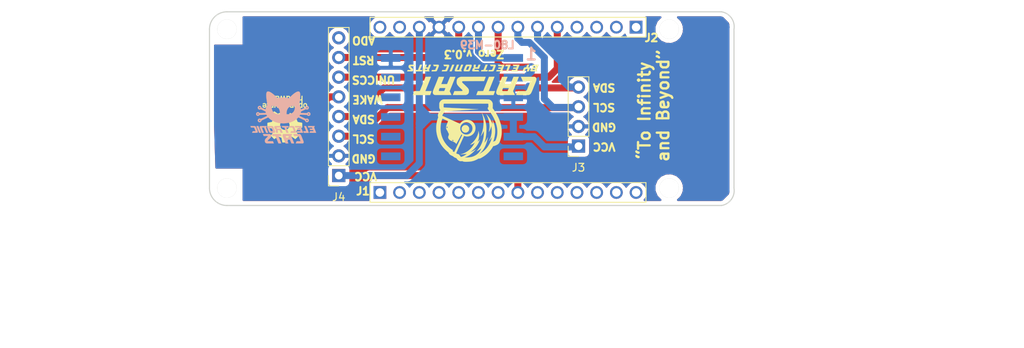
<source format=kicad_pcb>
(kicad_pcb (version 20171130) (host pcbnew "(5.0.0)")
  (title_block (title "CatSat Shield") (date 2018-10-31) (rev 0.3) (company "Electronic Cats") (comment 1 "Rocio Rosales") (comment 2 "Eduardo Contreras") (comment 3 "Andres Sabas"))
  (layers (0 Top signal) (31 Bottom signal) (34 B.Paste user) (35 F.Paste user) (36 B.SilkS user) (37 F.SilkS user) (38 B.Mask user) (39 F.Mask user) (44 Edge.Cuts user))
  (net 0 "")
  (net 1 "Net-(J4-Pad8)")
  (net 2 GND)
  (net 3 +3V3)
  (net 4 "Net-(MODULE1-Pad6)")
  (net 5 "Net-(MODULE1-Pad7)")
  (net 6 "Net-(MODULE1-Pad8)")
  (net 7 "Net-(MODULE1-Pad10)")
  (net 8 /AREF)
  (net 9 /DAC0/A0)
  (net 10 /A1)
  (net 11 /A2)
  (net 12 /A3)
  (net 13 /A4)
  (net 14 /A5)
  (net 15 /0)
  (net 16 /1)
  (net 17 /~~2)
  (net 18 /~~3)
  (net 19 /~~4)
  (net 20 /~~5)
  (net 21 +5V)
  (net 22 VCC)
  (net 23 /RESET)
  (net 24 /9SCK)
  (net 25 /8MOSI)
  (net 26 /7)
  (net 27 /6)
  (net 28 /TX)
  (net 29 /RX)
  (net 30 /SCL)
  (net 31 /SDA)
  (net 32 /10-INTCCS)
  (net 33 "Net-(MODULE1-Pad11)")
  (net 34 /WAKEA6)
  (module Rf:QUECTEL_L80-M39 (layer Bottom) (at 145.5 100.22)
    (fp_text reference MODULE1)
    (fp_text value L80-M39 (at 4.55 -7.17) (layer B.SilkS) (effects (font (thickness 0.25)) (justify mirror)))
    (pad 12 smd rect (at -7.9 -5.5 180) (size 2.5 1) (layers Bottom B.Paste B.Mask) (net 2 GND))
    (pad 11 smd rect (at -7.9 -2.96 180) (size 2.5 1) (layers Bottom B.Paste B.Mask) (net 33 "Net-(MODULE1-Pad11)"))
    (pad 10 smd rect (at -7.9 -0.42 180) (size 2.5 1) (layers Bottom B.Paste B.Mask) (net 7 "Net-(MODULE1-Pad10)"))
    (pad 9 smd rect (at -7.9 2.12 180) (size 2.5 1) (layers Bottom B.Paste B.Mask))
    (pad 8 smd rect (at -7.9 4.66 180) (size 2.5 1) (layers Bottom B.Paste B.Mask) (net 6 "Net-(MODULE1-Pad8)"))
    (pad 7 smd rect (at -7.9 7.2 180) (size 2.5 1) (layers Bottom B.Paste B.Mask) (net 5 "Net-(MODULE1-Pad7)"))
    (pad 6 smd rect (at 7.9 7.2) (size 2.5 1) (layers Bottom B.Paste B.Mask) (net 4 "Net-(MODULE1-Pad6)"))
    (pad 5 smd rect (at 7.9 4.66) (size 2.5 1) (layers Bottom B.Paste B.Mask) (net 3 +3V3))
    (pad 4 smd rect (at 7.9 2.12) (size 2.5 1) (layers Bottom B.Paste B.Mask) (net 3 +3V3))
    (pad 3 smd rect (at 7.9 -0.42) (size 2.5 1) (layers Bottom B.Paste B.Mask) (net 2 GND))
    (pad 2 smd rect (at 7.9 -2.96) (size 2.5 1) (layers Bottom B.Paste B.Mask) (net 29 /RX))
    (pad 1 smd rect (at 7.9 -5.5) (size 2.5 1) (layers Bottom B.Paste B.Mask) (net 28 /TX))
  )
  (module "" (layer Top) (at 116.487479 111.5136)
    (fp_text reference @HOLE0 hide)
    (fp_text value "" (at 0 0) (layer F.SilkS) (effects (font (size 1.27 1.27))))
    (pad "" np_thru_hole circle (at 0 0) (size 2.5 2.5) (drill 2.5) (layers *.Cu))
  )
  (module "" (layer Top) (at 116.487479 91.0136)
    (fp_text reference @HOLE1 hide)
    (fp_text value "" (at 0 0) (layer F.SilkS) (effects (font (size 1.27 1.27))))
    (pad "" np_thru_hole circle (at 0 0) (size 2.5 2.5) (drill 2.5) (layers *.Cu))
  )
  (module "" (layer Top) (at 173.487479 91.0136)
    (fp_text reference @HOLE2 hide)
    (fp_text value "" (at 0 0) (layer F.SilkS) (effects (font (size 1.27 1.27))))
    (pad "" np_thru_hole circle (at 0 0) (size 2.5 2.5) (drill 2.5) (layers *.Cu))
  )
  (module "" (layer Top) (at 173.487479 111.5136)
    (fp_text reference @HOLE3 hide)
    (fp_text value "" (at 0 0) (layer F.SilkS) (effects (font (size 1.27 1.27))))
    (pad "" np_thru_hole circle (at 0 0) (size 2.5 2.5) (drill 2.5) (layers *.Cu))
  )
  (module MKRFoxShield_v2:MH_RND_F_2.2MM_NM (layer Top) (at 116.487479 111.5136 90)
    (fp_text reference U$5 hide)
    (fp_text value "" hide)
    (fp_circle (center 0 0) (end 1.2065 0) (layer Edge.Cuts) (width 0.1))
  )
  (module MKRFoxShield_v2:MH_RND_F_2.2MM_NM (layer Top) (at 116.487479 91.0136 90)
    (fp_text reference U$6 hide)
    (fp_text value "" hide)
    (fp_circle (center 0 0) (end 1.2065 0) (layer Edge.Cuts) (width 0.1))
  )
  (module MKRFoxShield_v2:MH_RND_F_2.2MM_NM (layer Top) (at 173.487479 91.0136 90)
    (fp_text reference U$7 hide)
    (fp_text value "" hide)
    (fp_circle (center 0 0) (end 1.2065 0) (layer Edge.Cuts) (width 0.1))
  )
  (module MKRFoxShield_v2:MH_RND_F_2.2MM_NM (layer Top) (at 173.487479 111.5136 90)
    (fp_text reference U$8 hide)
    (fp_text value "" hide)
    (fp_circle (center 0 0) (end 1.2065 0) (layer Edge.Cuts) (width 0.1))
  )
  (module MKRFoxShield_v2:FRAME (layer Top) (at 87.488917 114.1286)
    (fp_text reference FRAME1 hide)
    (fp_text value "Page 1" hide)
  )
  (module Aesthetics:electronic_cats_logo_8x6 (layer Bottom) (at 123.75 102.4 180)
    (fp_text reference G*** hide)
    (fp_text value LOGO hide)
  )
  (module Pines:61301411121 (layer Top) (at 152.712 112.084)
    (fp_text reference J1 (at -19.712 0.416) (layer F.SilkS) (effects (font (thickness 0.25)) (justify left bottom)))
    (fp_text value " " (at -2.1552 2.5402) (layer F.SilkS) (effects (font (size 0.77216 0.77216) (thickness 0.065024)) (justify left bottom)))
    (pad 1 thru_hole rect (at -16.51 0) (size 1.65 1.65) (drill 1.1) (layers *.Cu *.Mask) (net 8 /AREF))
    (pad 2 thru_hole circle (at -13.97 0) (size 1.65 1.65) (drill 1.1) (layers *.Cu *.Mask) (net 9 /DAC0/A0))
    (pad 3 thru_hole circle (at -11.43 0) (size 1.65 1.65) (drill 1.1) (layers *.Cu *.Mask) (net 10 /A1))
    (pad 4 thru_hole circle (at -8.89 0) (size 1.65 1.65) (drill 1.1) (layers *.Cu *.Mask) (net 11 /A2))
    (pad 5 thru_hole circle (at -6.35 0) (size 1.65 1.65) (drill 1.1) (layers *.Cu *.Mask) (net 12 /A3))
    (pad 6 thru_hole circle (at -3.81 0) (size 1.65 1.65) (drill 1.1) (layers *.Cu *.Mask) (net 13 /A4))
    (pad 7 thru_hole circle (at -1.27 0) (size 1.65 1.65) (drill 1.1) (layers *.Cu *.Mask) (net 14 /A5))
    (pad 8 thru_hole circle (at 1.27 0) (size 1.65 1.65) (drill 1.1) (layers *.Cu *.Mask) (net 34 /WAKEA6))
    (pad 9 thru_hole circle (at 3.81 0) (size 1.65 1.65) (drill 1.1) (layers *.Cu *.Mask) (net 15 /0))
    (pad 10 thru_hole circle (at 6.35 0) (size 1.65 1.65) (drill 1.1) (layers *.Cu *.Mask) (net 16 /1))
    (pad 11 thru_hole circle (at 8.89 0) (size 1.65 1.65) (drill 1.1) (layers *.Cu *.Mask) (net 17 /~~2))
    (pad 12 thru_hole circle (at 11.43 0) (size 1.65 1.65) (drill 1.1) (layers *.Cu *.Mask) (net 18 /~~3))
    (pad 13 thru_hole circle (at 13.97 0) (size 1.65 1.65) (drill 1.1) (layers *.Cu *.Mask) (net 19 /~~4))
    (pad 14 thru_hole circle (at 16.51 0) (size 1.65 1.65) (drill 1.1) (layers *.Cu *.Mask) (net 20 /~~5))
  )
  (module Pines:61301411121 (layer Top) (at 152.712 90.748 180)
    (fp_text reference J2 (at -17.468 -1.962 180) (layer F.SilkS) (effects (font (thickness 0.25)) (justify left bottom)))
    (fp_text value " " (at -2.1552 2.5402 180) (layer F.SilkS) (effects (font (size 0.77216 0.77216) (thickness 0.065024)) (justify left bottom)))
    (pad 14 thru_hole circle (at 16.51 0 180) (size 1.65 1.65) (drill 1.1) (layers *.Cu *.Mask) (net 21 +5V))
    (pad 13 thru_hole circle (at 13.97 0 180) (size 1.65 1.65) (drill 1.1) (layers *.Cu *.Mask) (net 22 VCC))
    (pad 12 thru_hole circle (at 11.43 0 180) (size 1.65 1.65) (drill 1.1) (layers *.Cu *.Mask) (net 3 +3V3))
    (pad 11 thru_hole circle (at 8.89 0 180) (size 1.65 1.65) (drill 1.1) (layers *.Cu *.Mask) (net 2 GND))
    (pad 10 thru_hole circle (at 6.35 0 180) (size 1.65 1.65) (drill 1.1) (layers *.Cu *.Mask) (net 23 /RESET))
    (pad 9 thru_hole circle (at 3.81 0 180) (size 1.65 1.65) (drill 1.1) (layers *.Cu *.Mask) (net 28 /TX))
    (pad 8 thru_hole circle (at 1.27 0 180) (size 1.65 1.65) (drill 1.1) (layers *.Cu *.Mask) (net 29 /RX))
    (pad 7 thru_hole circle (at -1.27 0 180) (size 1.65 1.65) (drill 1.1) (layers *.Cu *.Mask) (net 30 /SCL))
    (pad 6 thru_hole circle (at -3.81 0 180) (size 1.65 1.65) (drill 1.1) (layers *.Cu *.Mask) (net 31 /SDA))
    (pad 5 thru_hole circle (at -6.35 0 180) (size 1.65 1.65) (drill 1.1) (layers *.Cu *.Mask) (net 32 /10-INTCCS))
    (pad 4 thru_hole circle (at -8.89 0 180) (size 1.65 1.65) (drill 1.1) (layers *.Cu *.Mask) (net 24 /9SCK))
    (pad 3 thru_hole circle (at -11.43 0 180) (size 1.65 1.65) (drill 1.1) (layers *.Cu *.Mask) (net 25 /8MOSI))
    (pad 2 thru_hole circle (at -13.97 0 180) (size 1.65 1.65) (drill 1.1) (layers *.Cu *.Mask) (net 26 /7))
    (pad 1 thru_hole rect (at -16.51 0 180) (size 1.65 1.65) (drill 1.1) (layers *.Cu *.Mask) (net 27 /6))
  )
  (module Aesthetics:catsat (layer Top) (at 147.828 101.854 180)
    (fp_text reference G*** hide)
    (fp_text value LOGO hide)
  )
  (module Aesthetics:catsat_cu (layer Bottom) (at 171.958 99.568 180)
    (fp_text reference G*** hide)
    (fp_text value LOGO hide)
  )
  (module Symbols:OSHW-Logo_5.7x6mm_SilkScreen (layer Top) (at 123.952 102.616 180)
    (fp_text reference REF*** hide)
    (fp_text value OSHW-Logo_5.7x6mm_SilkScreen hide)
  )
  (module Connector_PinSocket_2.54mm:PinSocket_1x08_P2.54mm_Vertical (layer Top) (at 130.9 109.9 180)
    (fp_text reference J4 (at 0 -2.77) (layer F.SilkS))
    (fp_text value CCS811)
    (pad 1 thru_hole rect (at 0 0 180) (size 1.7 1.7) (drill 1) (layers *.Cu *.Mask) (net 3 +3V3))
    (pad 2 thru_hole oval (at 0 2.54 180) (size 1.7 1.7) (drill 1) (layers *.Cu *.Mask) (net 2 GND))
    (pad 3 thru_hole oval (at 0 5.08 180) (size 1.7 1.7) (drill 1) (layers *.Cu *.Mask) (net 30 /SCL))
    (pad 4 thru_hole oval (at 0 7.62 180) (size 1.7 1.7) (drill 1) (layers *.Cu *.Mask) (net 31 /SDA))
    (pad 5 thru_hole oval (at 0 10.16 180) (size 1.7 1.7) (drill 1) (layers *.Cu *.Mask) (net 34 /WAKEA6))
    (pad 6 thru_hole oval (at 0 12.7 180) (size 1.7 1.7) (drill 1) (layers *.Cu *.Mask) (net 32 /10-INTCCS))
    (pad 7 thru_hole oval (at 0 15.24 180) (size 1.7 1.7) (drill 1) (layers *.Cu *.Mask) (net 23 /RESET))
    (pad 8 thru_hole oval (at 0 17.78 180) (size 1.7 1.7) (drill 1) (layers *.Cu *.Mask) (net 1 "Net-(J4-Pad8)"))
  )
  (module Connector_PinSocket_2.54mm:PinSocket_1x04_P2.54mm_Vertical (layer Top) (at 161.8 106.1 180)
    (fp_text reference J3 (at 0 -2.77) (layer F.SilkS))
    (fp_text value BME280)
    (pad 1 thru_hole rect (at 0 0 180) (size 1.7 1.7) (drill 1) (layers *.Cu *.Mask) (net 3 +3V3))
    (pad 2 thru_hole oval (at 0 2.54 180) (size 1.7 1.7) (drill 1) (layers *.Cu *.Mask) (net 2 GND))
    (pad 3 thru_hole oval (at 0 5.08 180) (size 1.7 1.7) (drill 1) (layers *.Cu *.Mask) (net 30 /SCL))
    (pad 4 thru_hole oval (at 0 7.62 180) (size 1.7 1.7) (drill 1) (layers *.Cu *.Mask) (net 31 /SDA))
  )
  (gr_text ADO (at 134.112 92.456 180) (layer F.SilkS) (effects (font (size 1 1) (thickness 0.25))))
  (gr_text RST (at 134.112 94.996 180) (layer F.SilkS) (effects (font (size 1 1) (thickness 0.25))))
  (gr_text UNICCS (at 135.382 97.536 180) (layer F.SilkS) (effects (font (size 1 1) (thickness 0.25))))
  (gr_text WAKE (at 134.62 100.076 180) (layer F.SilkS) (effects (font (size 1 1) (thickness 0.25))))
  (gr_text SDA (at 134.112 102.616 180) (layer F.SilkS) (effects (font (size 1 1) (thickness 0.25))))
  (gr_text SCL (at 134.112 105.156 180) (layer F.SilkS) (effects (font (size 1 1) (thickness 0.25))))
  (gr_text SDA (at 165.1 98.552 180) (layer F.SilkS) (effects (font (size 1 1) (thickness 0.25))))
  (gr_text SCL (at 165.1 101.092 180) (layer F.SilkS) (effects (font (size 1 1) (thickness 0.25))))
  (gr_text GND (at 165.1 103.632 180) (layer F.SilkS) (effects (font (size 1 1) (thickness 0.25))))
  (gr_text GND (at 134.112 107.696 180) (layer F.SilkS) (effects (font (size 1 1) (thickness 0.25))))
  (gr_text VCC (at 165.1 106.172 180) (layer F.SilkS) (effects (font (size 1 1) (thickness 0.25))))
  (gr_text VCC (at 134.366 109.982 180) (layer F.SilkS) (effects (font (size 1 1) (thickness 0.25))))
  (gr_text 1 (at 155.702 94.234) (layer B.SilkS) (effects (font (size 1.5 1.5) (thickness 0.3)) (justify mirror)))
  (gr_text "Zero v.0.3" (at 148.336 94.234 180) (layer F.SilkS) (effects (font (size 1 1) (thickness 0.25))))
  (gr_text "“To Infinity \nand Beyond”" (at 171.5 100.9 90) (layer F.SilkS) (effects (font (size 1.5 1.5) (thickness 0.3))))
  (gr_line (start 180.237479 113.7636) (end 116.487479 113.7636) (layer Edge.Cuts) (width 0.15))
  (gr_line (start 114.237479 111.5136) (end 114.237479 91.0136) (layer Edge.Cuts) (width 0.15))
  (gr_line (start 116.487479 88.7636) (end 180.237479 88.7636) (layer Edge.Cuts) (width 0.15))
  (gr_arc (start 116.487479 111.5136) (end 116.487479 113.7636) (angle 90) (layer Edge.Cuts) (width 0.15))
  (gr_arc (start 116.487479 91.0136) (end 114.237479 91.0136) (angle 90) (layer Edge.Cuts) (width 0.15))
  (gr_arc (start 179.912479 111.8386) (end 181.837479 111.5136) (angle 90) (layer Edge.Cuts) (width 0.15))
  (gr_arc (start 179.912479 90.6886) (end 181.837479 91.0136) (angle -90) (layer Edge.Cuts) (width 0.15))
  (gr_line (start 181.837479 111.5136) (end 181.837479 91.0136) (layer Edge.Cuts) (width 0.15))
  (segment (start 156.08 104.88) (end 153.4 104.88) (width 0.9) (layer Bottom) (net 3))
  (segment (start 153.4 102.34) (end 153.4 104.88) (width 0.9) (layer Bottom) (net 3))
  (segment (start 153.4 102.34) (end 142.54 102.34) (width 0.9) (layer Bottom) (net 3))
  (segment (start 130.9 109.9) (end 139.7 109.9) (width 0.9) (layer Bottom) (net 3))
  (segment (start 139.7 109.9) (end 141.282 108.318) (width 0.9) (layer Bottom) (net 3))
  (segment (start 141.282 101.082) (end 141.282 100.8) (width 0.9) (layer Bottom) (net 3))
  (segment (start 141.282 100.8) (end 141.282 90.748) (width 0.9) (layer Bottom) (net 3))
  (segment (start 142.54 102.34) (end 142.54 102.442) (width 0.9) (layer Bottom) (net 3))
  (segment (start 141.282 108.318) (end 141.282 103.7) (width 0.9) (layer Bottom) (net 3))
  (segment (start 141.282 103.3) (end 141.282 103.7) (width 0.9) (layer Bottom) (net 3))
  (segment (start 141.282 102) (end 141.582 102) (width 0.9) (layer Bottom) (net 3))
  (segment (start 142.54 102.442) (end 142.282 102.7) (width 0.9) (layer Bottom) (net 3))
  (segment (start 141.282 102) (end 141.282 103.3) (width 0.9) (layer Bottom) (net 3))
  (segment (start 141.282 100.8) (end 141.282 102) (width 0.9) (layer Bottom) (net 3))
  (segment (start 141.282 103.1) (end 141.982 102.4) (width 0.9) (layer Bottom) (net 3))
  (segment (start 141.282 103.3) (end 141.282 103.1) (width 0.9) (layer Bottom) (net 3))
  (segment (start 141.582 102) (end 141.982 102.4) (width 0.9) (layer Bottom) (net 3))
  (segment (start 141.982 102.4) (end 142.282 102.7) (width 0.9) (layer Bottom) (net 3))
  (segment (start 141.6 101.4) (end 141.6 103.382) (width 0.9) (layer Bottom) (net 3))
  (segment (start 141.6 103.382) (end 141.282 103.7) (width 0.9) (layer Bottom) (net 3))
  (segment (start 142.282 102.7) (end 141.6 103.382) (width 0.9) (layer Bottom) (net 3))
  (segment (start 141.6 101.4) (end 141.282 101.082) (width 0.9) (layer Bottom) (net 3))
  (segment (start 142.54 102.34) (end 141.6 101.4) (width 0.9) (layer Bottom) (net 3))
  (segment (start 160.575 106.21) (end 160.565 106.2) (width 0.9) (layer Bottom) (net 3))
  (segment (start 161.9 106.21) (end 160.575 106.21) (width 0.9) (layer Bottom) (net 3))
  (segment (start 157.4 106.2) (end 156.4 105.2) (width 0.9) (layer Bottom) (net 3))
  (segment (start 160.565 106.2) (end 157.4 106.2) (width 0.9) (layer Bottom) (net 3))
  (segment (start 156.59 105.39) (end 156.4 105.2) (width 0.9) (layer Bottom) (net 3))
  (segment (start 156.4 105.2) (end 156.08 104.88) (width 0.9) (layer Bottom) (net 3))
  (segment (start 130.9 94.66) (end 145.74 94.66) (width 0.9) (layer Top) (net 23))
  (segment (start 146.362 94.038) (end 146.362 90.748) (width 0.9) (layer Top) (net 23))
  (segment (start 145.74 94.66) (end 146.362 94.038) (width 0.9) (layer Top) (net 23))
  (segment (start 148.902 91.914726) (end 148.9 91.916726) (width 0.9) (layer Bottom) (net 28))
  (segment (start 148.902 90.748) (end 148.902 91.914726) (width 0.9) (layer Bottom) (net 28))
  (segment (start 148.9 91.916726) (end 148.9 93.9) (width 0.9) (layer Bottom) (net 28))
  (segment (start 149.72 94.72) (end 153.4 94.72) (width 0.9) (layer Bottom) (net 28))
  (segment (start 148.9 93.9) (end 149.72 94.72) (width 0.9) (layer Bottom) (net 28))
  (segment (start 151.442 95.442) (end 151.442 90.748) (width 0.9) (layer Top) (net 29))
  (segment (start 151.9 95.9) (end 151.442 95.442) (width 0.9) (layer Top) (net 29))
  (segment (start 154.94 97.26) (end 154.962 97.26) (width 0.9) (layer Bottom) (net 29))
  (segment (start 153.4 97.26) (end 154.94 97.26) (width 0.9) (layer Bottom) (net 29))
  (via (at 155.702 95.9) (size 1) (drill 0.4) (layers Top Bottom) (net 29))
  (segment (start 155.702 96.52) (end 155.702 95.9) (width 0.9) (layer Bottom) (net 29))
  (segment (start 154.962 97.26) (end 155.702 96.52) (width 0.9) (layer Bottom) (net 29))
  (segment (start 155.702 95.9) (end 151.9 95.9) (width 0.9) (layer Top) (net 29))
  (segment (start 153.982 91.914726) (end 153.982 90.748) (width 0.9) (layer Bottom) (net 30))
  (segment (start 153.982 92.182) (end 153.982 91.914726) (width 0.9) (layer Bottom) (net 30))
  (segment (start 160.703274 101.1) (end 158.5 101.1) (width 0.9) (layer Bottom) (net 30))
  (segment (start 160.733274 101.13) (end 160.703274 101.1) (width 0.9) (layer Bottom) (net 30))
  (segment (start 158.5 101.1) (end 157.4 100) (width 0.9) (layer Bottom) (net 30))
  (segment (start 161.9 101.13) (end 160.733274 101.13) (width 0.9) (layer Bottom) (net 30))
  (segment (start 161.9 101.13) (end 137.17 101.13) (width 0.9) (layer Top) (net 30))
  (segment (start 133.48 104.82) (end 130.9 104.82) (width 0.9) (layer Top) (net 30))
  (segment (start 137.17 101.13) (end 133.48 104.82) (width 0.9) (layer Top) (net 30))
  (segment (start 157.4 97.028) (end 157.4 94.662) (width 0.9) (layer Bottom) (net 30))
  (segment (start 157.4 100) (end 157.4 97.028) (width 0.9) (layer Bottom) (net 30))
  (segment (start 155.448 92.71) (end 154.51 92.71) (width 0.9) (layer Bottom) (net 30))
  (segment (start 157.4 94.662) (end 155.448 92.71) (width 0.9) (layer Bottom) (net 30))
  (segment (start 154.51 92.71) (end 153.982 92.182) (width 0.9) (layer Bottom) (net 30))
  (segment (start 156.522 90.748) (end 156.522 91.914726) (width 0.9) (layer Bottom) (net 31))
  (segment (start 130.9 102.28) (end 133.02 102.28) (width 0.9) (layer Top) (net 31))
  (segment (start 136.71 98.59) (end 161.9 98.59) (width 0.9) (layer Top) (net 31))
  (segment (start 133.02 102.28) (end 136.71 98.59) (width 0.9) (layer Top) (net 31))
  (segment (start 160.597919 98.48) (end 159.766 97.648081) (width 0.9) (layer Bottom) (net 31))
  (segment (start 161.8 98.48) (end 160.597919 98.48) (width 0.9) (layer Bottom) (net 31))
  (segment (start 159.766 95.446) (end 156.522 92.202) (width 0.9) (layer Bottom) (net 31))
  (segment (start 159.766 97.648081) (end 159.766 95.446) (width 0.9) (layer Bottom) (net 31))
  (segment (start 156.522 90.748) (end 156.522 92.202) (width 0.9) (layer Bottom) (net 31))
  (segment (start 157.962 97.2) (end 159.062 96.1) (width 0.9) (layer Top) (net 32))
  (segment (start 130.9 97.2) (end 157.962 97.2) (width 0.9) (layer Top) (net 32))
  (segment (start 159.062 90.748) (end 159.062 96.1) (width 0.9) (layer Top) (net 32))
  (segment (start 130.9 99.74) (end 129.697919 99.74) (width 0.9) (layer Top) (net 34))
  (segment (start 129.697919 99.74) (end 128.9 100.537919) (width 0.9) (layer Top) (net 34))
  (segment (start 128.9 100.537919) (end 128.9 111.5) (width 0.9) (layer Top) (net 34))
  (segment (start 153.982 112.084) (end 153.982 110.582) (width 0.9) (layer Top) (net 34))
  (segment (start 153.982 110.582) (end 153.3 109.9) (width 0.9) (layer Top) (net 34))
  (segment (start 153.3 109.9) (end 134.9 109.9) (width 0.9) (layer Top) (net 34))
  (segment (start 132.7 112.1) (end 129.5 112.1) (width 0.9) (layer Top) (net 34))
  (segment (start 134.9 109.9) (end 132.7 112.1) (width 0.9) (layer Top) (net 34))
  (segment (start 128.9 111.5) (end 129.5 112.1) (width 0.9) (layer Top) (net 34))
  (zone (net 2) (net_name GND) (layer Top) (connect_pads (clearance 0.508)) (min_thickness 0.254) (fill yes (arc_segments 16) (thermal_gap 0.508) (thermal_bridge_width 0.508))
    (polygon (pts (xy 118.5 89) (xy 118.5 93) (xy 114.5 93) (xy 115 109) (xy 118.5 109) (xy 118.5 113.5) (xy 180 113.5) (xy 180.5 113) (xy 181 112.5) (xy 181.5 112) (xy 181.5 90.5) (xy 180 89)))
  )
  (zone (net 2) (net_name GND) (layer Bottom) (connect_pads (clearance 0.508)) (min_thickness 0.254) (fill yes (arc_segments 16) (thermal_gap 0.508) (thermal_bridge_width 0.508))
    (polygon (pts (xy 118.5 89) (xy 118.5 93) (xy 114.5 93) (xy 115 109) (xy 118.5 109) (xy 118.5 113.5) (xy 180 113.5) (xy 181.5 112) (xy 181.5 90.5) (xy 180 89)))
  )
)
</source>
